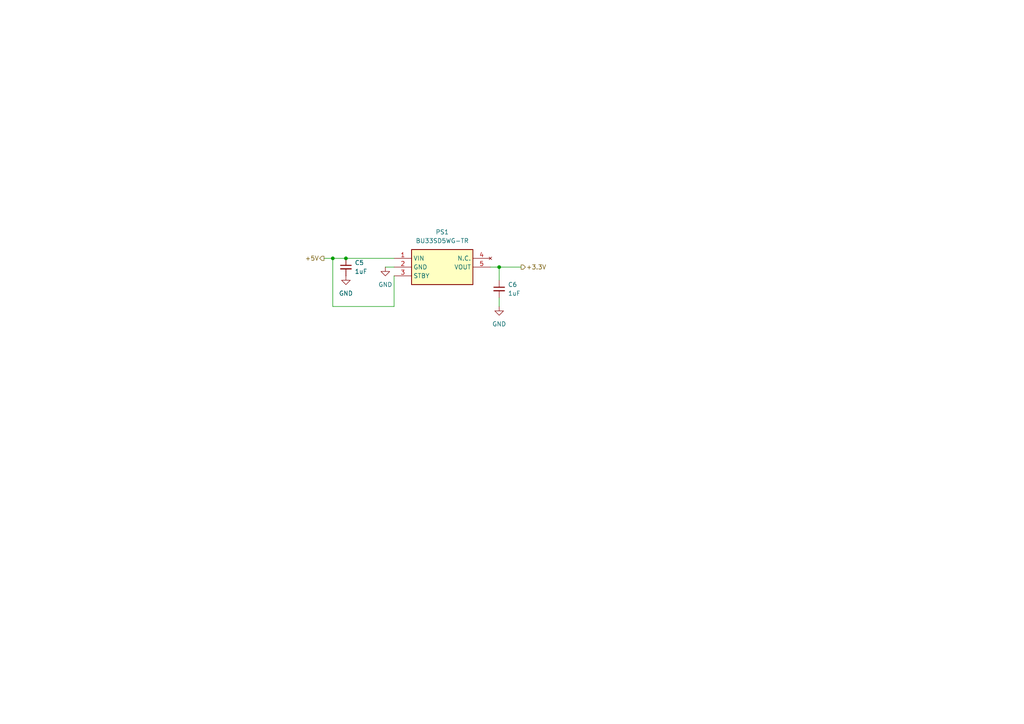
<source format=kicad_sch>
(kicad_sch (version 20231120) (generator "eeschema") (generator_version "8.0")
  (paper "A4")
  (lib_symbols
    (symbol "BU33SD5WG-TR:BU33SD5WG-TR"
      (property "Reference" "PS" (at 24.13 7.62 0))
      (property "Value" "BU33SD5WG-TR" (at 24.13 5.08 0))
      (symbol "BU33SD5WG-TR_1_1"
        (rectangle (start 5.08 2.54) (end 22.86 -7.62) (stroke (width 0.254)) (fill (type background)))
        (pin passive line (at 0 0 0) (length 5.08) (name "VIN") (number "1"))
        (pin passive line (at 0 -2.54 0) (length 5.08) (name "GND") (number "2"))
        (pin passive line (at 0 -5.08 0) (length 5.08) (name "STBY") (number "3"))
        (pin no_connect line (at 27.94 0 180) (length 5.08) (name "N.C.") (number "4"))
        (pin passive line (at 27.94 -2.54 180) (length 5.08) (name "VOUT") (number "5"))
      )
    )
    (symbol "Device:C_Small" (pin_numbers hide) (pin_names (offset 0.254) hide)
      (property "Reference" "C" (at 0.254 1.778 0))
      (property "Value" "C_Small" (at 0.254 -2.032 0))
      (symbol "C_Small_0_1"
        (polyline (pts (xy -1.524 -0.508) (xy 1.524 -0.508)) (stroke (width 0.3302)))
        (polyline (pts (xy -1.524 0.508) (xy 1.524 0.508)) (stroke (width 0.3048)))
      )
      (symbol "C_Small_1_1"
        (pin passive line (at 0 2.54 270) (length 2.032) (name "~") (number "1"))
        (pin passive line (at 0 -2.54 90) (length 2.032) (name "~") (number "2"))
      )
    )
    (symbol "power:GND" (power) (pin_numbers hide) (pin_names (offset 0) hide)
      (property "Value" "GND" (at 0 -3.81 0))
      (symbol "GND_0_1"
        (polyline (pts (xy 0 0) (xy 0 -1.27) (xy 1.27 -1.27) (xy 0 -2.54) (xy -1.27 -1.27) (xy 0 -1.27)))
      )
      (symbol "GND_1_1"
        (pin power_in line (at 0 0 270) (length 0) (name "~") (number "1"))
      )
    )
  )
  (junction (at 100.33 74.93))
  (junction (at 96.52 74.93))
  (junction (at 144.78 77.47))
  (wire (pts (xy 144.78 77.47) (xy 144.78 81.28)))
  (wire (pts (xy 114.3 88.9) (xy 96.52 88.9)))
  (wire (pts (xy 93.98 74.93) (xy 96.52 74.93)))
  (wire (pts (xy 96.52 88.9) (xy 96.52 74.93)))
  (wire (pts (xy 144.78 88.9) (xy 144.78 86.36)))
  (wire (pts (xy 100.33 74.93) (xy 114.3 74.93)))
  (wire (pts (xy 114.3 80.01) (xy 114.3 88.9)))
  (wire (pts (xy 142.24 77.47) (xy 144.78 77.47)))
  (wire (pts (xy 111.76 77.47) (xy 114.3 77.47)))
  (wire (pts (xy 144.78 77.47) (xy 151.13 77.47)))
  (wire (pts (xy 96.52 74.93) (xy 100.33 74.93)))
  (hierarchical_label "+3.3V" (shape output) (at 151.13 77.47 0))
  (hierarchical_label "+5V" (shape output) (at 93.98 74.93 180))
  (symbol (lib_id "Device:C_Small") (at 144.78 83.82 0) (unit 1)
    (property "Reference" "C6" (at 147.32 82.5562 0) (effects (justify left)))
    (property "Value" "1uF" (at 147.32 85.0962 0) (effects (justify left)))
    (property "Description" "Unpolarized capacitor, small symbol" (effects (hide yes)))
  )
  (symbol (lib_id "power:GND") (at 111.76 77.47 0) (unit 1)
    (property "Reference" "#PWR017" (effects (hide yes)))
    (property "Value" "GND" (at 111.76 82.55 0))
    (property "Description" "Power symbol creates a global label with name \"GND\" , ground" (effects (hide yes)))
  )
  (symbol (lib_id "power:GND") (at 100.33 80.01 0) (unit 1)
    (property "Reference" "#PWR015" (effects (hide yes)))
    (property "Value" "GND" (at 100.33 85.09 0))
    (property "Description" "Power symbol creates a global label with name \"GND\" , ground" (effects (hide yes)))
  )
  (symbol (lib_id "Device:C_Small") (at 100.33 77.47 0) (unit 1)
    (property "Reference" "C5" (at 102.87 76.2062 0) (effects (justify left)))
    (property "Value" "1uF" (at 102.87 78.7462 0) (effects (justify left)))
    (property "Description" "Unpolarized capacitor, small symbol" (effects (hide yes)))
  )
  (symbol (lib_id "BU33SD5WG-TR:BU33SD5WG-TR") (at 114.3 74.93 0) (unit 1)
    (property "Reference" "PS1" (at 128.27 67.31 0))
    (property "Value" "BU33SD5WG-TR" (at 128.27 69.85 0))
    (property "Footprint" "SOT95P280X125-5N" (effects (hide yes)))
    (property "Datasheet" "https://componentsearchengine.com/Datasheets/1/BU33SD5WG-TR.pdf" (effects (hide yes)))
    (property "Description" "LDO regulator,3.3V,0.5A,standby,SSOP5 ROHM BU33SD5WG-TR, LDO Voltage Regulator, 0.5A, 3.3 V +/-2%, 1.7  6 Vin, 5-Pin SSOP" (effects (hide yes)))
    (property "Height" "1.25" (effects (hide yes)))
    (property "Manufacturer_Name" "ROHM Semiconductor" (effects (hide yes)))
    (property "Manufacturer_Part_Number" "BU33SD5WG-TR" (effects (hide yes)))
    (property "Mouser Part Number" "755-BU33SD5WG-TR" (effects (hide yes)))
    (property "Mouser Price/Stock" "https://www.mouser.co.uk/ProductDetail/ROHM-Semiconductor/BU33SD5WG-TR?qs=%2FKR40Cd6GUrQDzRkUEt69Q%3D%3D" (effects (hide yes)))
  )
  (symbol (lib_id "power:GND") (at 144.78 88.9 0) (unit 1)
    (property "Reference" "#PWR018" (effects (hide yes)))
    (property "Value" "GND" (at 144.78 93.98 0))
    (property "Description" "Power symbol creates a global label with name \"GND\" , ground" (effects (hide yes)))
  )
)
</source>
